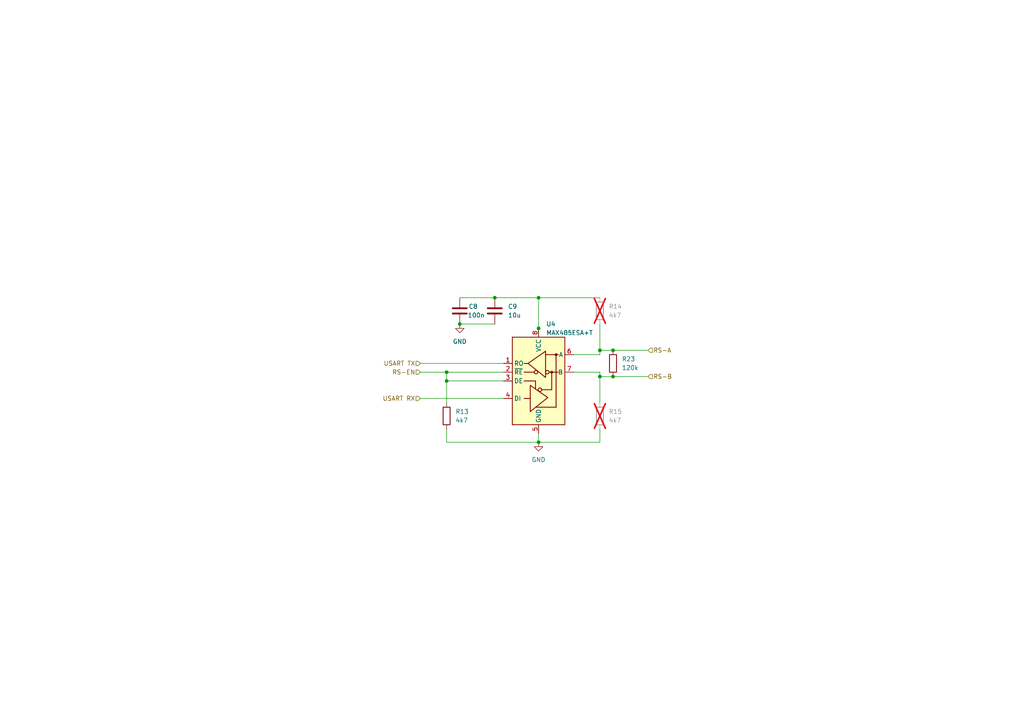
<source format=kicad_sch>
(kicad_sch (version 20231120) (generator "eeschema") (generator_version "8.0")
  (paper "A4")
  (title_block (date "2024-04-18") (rev "V1") (comment 1 "22619291") (comment 2 "DP Theron"))
  (lib_symbols
    (symbol "Device:C" (pin_numbers hide) (pin_names (offset 0.254))
      (property "Reference" "C" (at 0.635 2.54 0))
      (property "Value" "C" (at 0.635 -2.54 0))
      (symbol "C_0_1"
        (polyline (pts (xy -2.032 -0.762) (xy 2.032 -0.762)) (stroke (width 0.508)))
        (polyline (pts (xy -2.032 0.762) (xy 2.032 0.762)) (stroke (width 0.508)))
      )
      (symbol "C_1_1"
        (pin passive line (at 0 3.81 270) (length 2.794) (name "~") (number "1"))
        (pin passive line (at 0 -3.81 90) (length 2.794) (name "~") (number "2"))
      )
    )
    (symbol "Device:R" (pin_numbers hide) (pin_names (offset 0))
      (property "Reference" "R" (at 2.032 0 90))
      (property "Value" "R" (at 0 0 90))
      (symbol "R_0_1"
        (rectangle (start -1.016 -2.54) (end 1.016 2.54) (stroke (width 0.254)))
      )
      (symbol "R_1_1"
        (pin passive line (at 0 3.81 270) (length 1.27) (name "~") (number "1"))
        (pin passive line (at 0 -3.81 90) (length 1.27) (name "~") (number "2"))
      )
    )
    (symbol "ESL_PQ:LTC2850xS8"
      (property "Reference" "U2" (at 2.1941 17.78 0))
      (property "Value" "MAX485ESA+T" (at 2.1941 15.24 0))
      (symbol "LTC2850xS8_0_1"
        (rectangle (start -7.62 12.7) (end 7.62 -12.7) (stroke (width 0.254)) (fill (type background)))
        (polyline (pts (xy -4.191 2.54) (xy -1.27 2.54)) (stroke (width 0.254)))
        (polyline (pts (xy -2.54 -5.08) (xy -4.191 -5.08)) (stroke (width 0.254)))
        (polyline (pts (xy -0.635 -7.62) (xy 5.08 -7.62)) (stroke (width 0.254)))
        (polyline (pts (xy 0.889 -2.54) (xy 3.81 -2.54)) (stroke (width 0.254)))
        (polyline (pts (xy 2.032 7.62) (xy 5.715 7.62)) (stroke (width 0.254)))
        (polyline (pts (xy 3.048 2.54) (xy 5.715 2.54)) (stroke (width 0.254)))
        (polyline (pts (xy 3.81 -2.54) (xy 3.81 2.54)) (stroke (width 0.254)))
        (polyline (pts (xy 5.08 -7.62) (xy 5.08 7.62)) (stroke (width 0.254)))
        (polyline (pts (xy -4.191 0) (xy -0.889 0) (xy -0.889 -2.286)) (stroke (width 0.254)))
        (polyline (pts (xy -3.175 5.08) (xy -4.191 5.08) (xy -4.064 5.08)) (stroke (width 0.254)))
        (polyline (pts (xy -2.413 -5.08) (xy -2.413 -1.27) (xy 2.667 -4.826) (xy -2.413 -8.89) (xy -2.413 -5.08)) (stroke (width 0.254)))
        (circle (center 0.381 -2.54) (radius 0.508) (stroke (width 0.254)))
        (circle (center 3.81 2.54) (radius 0.2794) (stroke (width 0.254)) (fill (type outline)))
      )
      (symbol "LTC2850xS8_1_1"
        (circle (center -0.762 2.54) (radius 0.508) (stroke (width 0.254)))
        (polyline (pts (xy 2.032 4.826) (xy 2.032 8.636) (xy -3.048 5.08) (xy 2.032 1.016) (xy 2.032 4.826)) (stroke (width 0.254)))
        (circle (center 2.54 2.54) (radius 0.508) (stroke (width 0.254)))
        (circle (center 5.08 7.62) (radius 0.2794) (stroke (width 0.254)) (fill (type outline)))
        (pin output line (at -10.16 5.08 0) (length 2.54) (name "RO") (number "1"))
        (pin input line (at -10.16 2.54 0) (length 2.54) (name "~{RE}") (number "2"))
        (pin input line (at -10.16 0 0) (length 2.54) (name "DE") (number "3"))
        (pin input line (at -10.16 -5.08 0) (length 2.54) (name "DI") (number "4"))
        (pin power_in line (at 0 -15.24 90) (length 2.54) (name "GND") (number "5"))
        (pin bidirectional line (at 10.16 7.62 180) (length 2.54) (name "A") (number "6"))
        (pin bidirectional line (at 10.16 2.54 180) (length 2.54) (name "B") (number "7"))
        (pin power_in line (at 0 15.24 270) (length 2.54) (name "VCC") (number "8"))
      )
    )
    (symbol "power:GND" (power) (pin_names (offset 0))
      (property "Value" "GND" (at 0 -3.81 0))
      (symbol "GND_0_1"
        (polyline (pts (xy 0 0) (xy 0 -1.27) (xy 1.27 -1.27) (xy 0 -2.54) (xy -1.27 -1.27) (xy 0 -1.27)))
      )
      (symbol "GND_1_1"
        (pin power_in line (at 0 0 270) (length 0) hide (name "GND") (number "1"))
      )
    )
  )
  (junction (at 129.54 107.95))
  (junction (at 133.35 93.98))
  (junction (at 177.8 101.6))
  (junction (at 156.21 128.27))
  (junction (at 156.21 95.25))
  (junction (at 173.99 109.22))
  (junction (at 143.51 86.36))
  (junction (at 156.21 86.36))
  (junction (at 129.54 110.49))
  (junction (at 173.99 101.6))
  (junction (at 177.8 109.22))
  (wire (pts (xy 156.21 86.36) (xy 143.51 86.36)))
  (wire (pts (xy 177.8 101.6) (xy 173.99 101.6)))
  (wire (pts (xy 173.99 109.22) (xy 173.99 116.84)))
  (wire (pts (xy 156.21 96.52) (xy 156.21 95.25)))
  (wire (pts (xy 146.05 110.49) (xy 129.54 110.49)))
  (wire (pts (xy 156.21 128.27) (xy 173.99 128.27)))
  (wire (pts (xy 121.92 107.95) (xy 129.54 107.95)))
  (wire (pts (xy 129.54 124.46) (xy 129.54 128.27)))
  (wire (pts (xy 177.8 101.6) (xy 187.96 101.6)))
  (wire (pts (xy 173.99 107.95) (xy 166.37 107.95)))
  (wire (pts (xy 121.92 115.57) (xy 146.05 115.57)))
  (wire (pts (xy 177.8 109.22) (xy 187.96 109.22)))
  (wire (pts (xy 173.99 86.36) (xy 156.21 86.36)))
  (wire (pts (xy 133.35 93.98) (xy 143.51 93.98)))
  (wire (pts (xy 173.99 109.22) (xy 173.99 107.95)))
  (wire (pts (xy 156.21 86.36) (xy 156.21 95.25)))
  (wire (pts (xy 129.54 107.95) (xy 146.05 107.95)))
  (wire (pts (xy 129.54 110.49) (xy 129.54 116.84)))
  (wire (pts (xy 173.99 93.98) (xy 173.99 101.6)))
  (wire (pts (xy 129.54 128.27) (xy 156.21 128.27)))
  (wire (pts (xy 173.99 102.87) (xy 166.37 102.87)))
  (wire (pts (xy 133.35 86.36) (xy 143.51 86.36)))
  (wire (pts (xy 156.21 125.73) (xy 156.21 128.27)))
  (wire (pts (xy 173.99 101.6) (xy 173.99 102.87)))
  (wire (pts (xy 129.54 110.49) (xy 129.54 107.95)))
  (wire (pts (xy 121.92 105.41) (xy 146.05 105.41)))
  (wire (pts (xy 177.8 109.22) (xy 173.99 109.22)))
  (wire (pts (xy 173.99 128.27) (xy 173.99 124.46)))
  (hierarchical_label "RS-EN" (shape input) (at 121.92 107.95 180))
  (hierarchical_label "USART TX" (shape input) (at 121.92 105.41 180))
  (hierarchical_label "RS-B" (shape input) (at 187.96 109.22 0))
  (hierarchical_label "USART RX" (shape input) (at 121.92 115.57 180))
  (hierarchical_label "RS-A" (shape input) (at 187.96 101.6 0))
  (symbol (lib_id "ESL_PQ:LTC2850xS8") (at 156.21 110.49 0) (unit 1)
    (property "Reference" "U4" (at 158.4041 93.98 0) (effects (justify left)))
    (property "Value" "MAX485ESA+T" (at 158.4041 96.52 0) (effects (justify left)))
    (property "Footprint" "Package_SO:SOIC-8_3.9x4.9mm_P1.27mm" (effects (hide yes)))
    (property "Description" "transceiver 2.5Mbps 1/1 SOIC-8 RS-485/RS-422 ICs ROHS" (effects (hide yes)))
    (property "JLCPCB #" "C19738" (effects (hide yes)))
  )
  (symbol (lib_id "Device:R") (at 129.54 120.65 0) (unit 1)
    (property "Reference" "R13" (at 132.08 119.3799 0) (effects (justify left)))
    (property "Value" "4k7" (at 132.08 121.9199 0) (effects (justify left)))
    (property "Footprint" "Resistor_SMD:R_0603_1608Metric" (effects (hide yes)))
    (property "Description" "Resistor" (effects (hide yes)))
  )
  (symbol (lib_id "Device:C") (at 133.35 90.17 0) (unit 1)
    (property "Reference" "C8" (at 135.89 88.9 0) (effects (justify left)))
    (property "Value" "100n" (at 135.636 91.44 0) (effects (justify left)))
    (property "Footprint" "Capacitor_SMD:C_0603_1608Metric" (effects (hide yes)))
    (property "Description" "Unpolarized capacitor" (effects (hide yes)))
  )
  (symbol (lib_id "Device:R") (at 173.99 120.65 0) (unit 1) (dnp yes)
    (property "Reference" "R15" (at 176.53 119.3799 0) (effects (justify left)))
    (property "Value" "4k7" (at 176.53 121.9199 0) (effects (justify left)))
    (property "Footprint" "Resistor_SMD:R_0603_1608Metric" (effects (hide yes)))
    (property "Description" "Resistor" (effects (hide yes)))
  )
  (symbol (lib_id "Device:C") (at 143.51 90.17 0) (unit 1)
    (property "Reference" "C9" (at 147.32 88.8999 0) (effects (justify left)))
    (property "Value" "10u" (at 147.32 91.4399 0) (effects (justify left)))
    (property "Footprint" "Capacitor_SMD:C_0603_1608Metric" (effects (hide yes)))
    (property "Description" "Unpolarized capacitor" (effects (hide yes)))
  )
  (symbol (lib_id "Device:R") (at 173.99 90.17 0) (unit 1) (dnp yes)
    (property "Reference" "R14" (at 176.53 88.8999 0) (effects (justify left)))
    (property "Value" "4k7" (at 176.53 91.4399 0) (effects (justify left)))
    (property "Footprint" "Resistor_SMD:R_0603_1608Metric" (effects (hide yes)))
    (property "Description" "Resistor" (effects (hide yes)))
  )
  (symbol (lib_id "Device:R") (at 177.8 105.41 0) (unit 1)
    (property "Reference" "R23" (at 180.34 104.1399 0) (effects (justify left)))
    (property "Value" "120k" (at 180.34 106.6799 0) (effects (justify left)))
    (property "Footprint" "Resistor_SMD:R_0603_1608Metric" (effects (hide yes)))
    (property "Description" "Resistor" (effects (hide yes)))
  )
  (symbol (lib_id "power:GND") (at 133.35 93.98 0) (unit 1)
    (property "Reference" "#PWR016" (effects (hide yes)))
    (property "Value" "GND" (at 133.35 99.06 0))
    (property "Description" "Power symbol creates a global label with name \"GND\" , ground" (effects (hide yes)))
  )
  (symbol (lib_id "power:GND") (at 156.21 128.27 0) (unit 1)
    (property "Reference" "#PWR024" (effects (hide yes)))
    (property "Value" "GND" (at 156.21 133.35 0))
    (property "Description" "Power symbol creates a global label with name \"GND\" , ground" (effects (hide yes)))
  )
)
</source>
